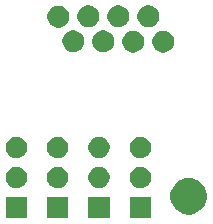
<source format=gbs>
G04 #@! TF.GenerationSoftware,KiCad,Pcbnew,(5.1.5)-3*
G04 #@! TF.CreationDate,2020-10-16T19:42:58-07:00*
G04 #@! TF.ProjectId,NeutrikEthercon,4e657574-7269-46b4-9574-686572636f6e,rev?*
G04 #@! TF.SameCoordinates,Original*
G04 #@! TF.FileFunction,Soldermask,Bot*
G04 #@! TF.FilePolarity,Negative*
%FSLAX46Y46*%
G04 Gerber Fmt 4.6, Leading zero omitted, Abs format (unit mm)*
G04 Created by KiCad (PCBNEW (5.1.5)-3) date 2020-10-16 19:42:58*
%MOMM*%
%LPD*%
G04 APERTURE LIST*
%ADD10C,0.100000*%
G04 APERTURE END LIST*
D10*
G36*
X138401000Y-127401000D02*
G01*
X136599000Y-127401000D01*
X136599000Y-125599000D01*
X138401000Y-125599000D01*
X138401000Y-127401000D01*
G37*
G36*
X131401000Y-127401000D02*
G01*
X129599000Y-127401000D01*
X129599000Y-125599000D01*
X131401000Y-125599000D01*
X131401000Y-127401000D01*
G37*
G36*
X127901000Y-127401000D02*
G01*
X126099000Y-127401000D01*
X126099000Y-125599000D01*
X127901000Y-125599000D01*
X127901000Y-127401000D01*
G37*
G36*
X134901000Y-127401000D02*
G01*
X133099000Y-127401000D01*
X133099000Y-125599000D01*
X134901000Y-125599000D01*
X134901000Y-127401000D01*
G37*
G36*
X141902585Y-124028802D02*
G01*
X142052410Y-124058604D01*
X142334674Y-124175521D01*
X142588705Y-124345259D01*
X142804741Y-124561295D01*
X142974479Y-124815326D01*
X143091396Y-125097590D01*
X143151000Y-125397240D01*
X143151000Y-125702760D01*
X143091396Y-126002410D01*
X142974479Y-126284674D01*
X142804741Y-126538705D01*
X142588705Y-126754741D01*
X142334674Y-126924479D01*
X142052410Y-127041396D01*
X141902585Y-127071198D01*
X141752761Y-127101000D01*
X141447239Y-127101000D01*
X141297415Y-127071198D01*
X141147590Y-127041396D01*
X140865326Y-126924479D01*
X140611295Y-126754741D01*
X140395259Y-126538705D01*
X140225521Y-126284674D01*
X140108604Y-126002410D01*
X140049000Y-125702760D01*
X140049000Y-125397240D01*
X140108604Y-125097590D01*
X140225521Y-124815326D01*
X140395259Y-124561295D01*
X140611295Y-124345259D01*
X140865326Y-124175521D01*
X141147590Y-124058604D01*
X141297415Y-124028802D01*
X141447239Y-123999000D01*
X141752761Y-123999000D01*
X141902585Y-124028802D01*
G37*
G36*
X130613512Y-123063927D02*
G01*
X130762812Y-123093624D01*
X130926784Y-123161544D01*
X131074354Y-123260147D01*
X131199853Y-123385646D01*
X131298456Y-123533216D01*
X131366376Y-123697188D01*
X131401000Y-123871259D01*
X131401000Y-124048741D01*
X131366376Y-124222812D01*
X131298456Y-124386784D01*
X131199853Y-124534354D01*
X131074354Y-124659853D01*
X130926784Y-124758456D01*
X130762812Y-124826376D01*
X130613512Y-124856073D01*
X130588742Y-124861000D01*
X130411258Y-124861000D01*
X130386488Y-124856073D01*
X130237188Y-124826376D01*
X130073216Y-124758456D01*
X129925646Y-124659853D01*
X129800147Y-124534354D01*
X129701544Y-124386784D01*
X129633624Y-124222812D01*
X129599000Y-124048741D01*
X129599000Y-123871259D01*
X129633624Y-123697188D01*
X129701544Y-123533216D01*
X129800147Y-123385646D01*
X129925646Y-123260147D01*
X130073216Y-123161544D01*
X130237188Y-123093624D01*
X130386488Y-123063927D01*
X130411258Y-123059000D01*
X130588742Y-123059000D01*
X130613512Y-123063927D01*
G37*
G36*
X127113512Y-123063927D02*
G01*
X127262812Y-123093624D01*
X127426784Y-123161544D01*
X127574354Y-123260147D01*
X127699853Y-123385646D01*
X127798456Y-123533216D01*
X127866376Y-123697188D01*
X127901000Y-123871259D01*
X127901000Y-124048741D01*
X127866376Y-124222812D01*
X127798456Y-124386784D01*
X127699853Y-124534354D01*
X127574354Y-124659853D01*
X127426784Y-124758456D01*
X127262812Y-124826376D01*
X127113512Y-124856073D01*
X127088742Y-124861000D01*
X126911258Y-124861000D01*
X126886488Y-124856073D01*
X126737188Y-124826376D01*
X126573216Y-124758456D01*
X126425646Y-124659853D01*
X126300147Y-124534354D01*
X126201544Y-124386784D01*
X126133624Y-124222812D01*
X126099000Y-124048741D01*
X126099000Y-123871259D01*
X126133624Y-123697188D01*
X126201544Y-123533216D01*
X126300147Y-123385646D01*
X126425646Y-123260147D01*
X126573216Y-123161544D01*
X126737188Y-123093624D01*
X126886488Y-123063927D01*
X126911258Y-123059000D01*
X127088742Y-123059000D01*
X127113512Y-123063927D01*
G37*
G36*
X134113512Y-123063927D02*
G01*
X134262812Y-123093624D01*
X134426784Y-123161544D01*
X134574354Y-123260147D01*
X134699853Y-123385646D01*
X134798456Y-123533216D01*
X134866376Y-123697188D01*
X134901000Y-123871259D01*
X134901000Y-124048741D01*
X134866376Y-124222812D01*
X134798456Y-124386784D01*
X134699853Y-124534354D01*
X134574354Y-124659853D01*
X134426784Y-124758456D01*
X134262812Y-124826376D01*
X134113512Y-124856073D01*
X134088742Y-124861000D01*
X133911258Y-124861000D01*
X133886488Y-124856073D01*
X133737188Y-124826376D01*
X133573216Y-124758456D01*
X133425646Y-124659853D01*
X133300147Y-124534354D01*
X133201544Y-124386784D01*
X133133624Y-124222812D01*
X133099000Y-124048741D01*
X133099000Y-123871259D01*
X133133624Y-123697188D01*
X133201544Y-123533216D01*
X133300147Y-123385646D01*
X133425646Y-123260147D01*
X133573216Y-123161544D01*
X133737188Y-123093624D01*
X133886488Y-123063927D01*
X133911258Y-123059000D01*
X134088742Y-123059000D01*
X134113512Y-123063927D01*
G37*
G36*
X137613512Y-123063927D02*
G01*
X137762812Y-123093624D01*
X137926784Y-123161544D01*
X138074354Y-123260147D01*
X138199853Y-123385646D01*
X138298456Y-123533216D01*
X138366376Y-123697188D01*
X138401000Y-123871259D01*
X138401000Y-124048741D01*
X138366376Y-124222812D01*
X138298456Y-124386784D01*
X138199853Y-124534354D01*
X138074354Y-124659853D01*
X137926784Y-124758456D01*
X137762812Y-124826376D01*
X137613512Y-124856073D01*
X137588742Y-124861000D01*
X137411258Y-124861000D01*
X137386488Y-124856073D01*
X137237188Y-124826376D01*
X137073216Y-124758456D01*
X136925646Y-124659853D01*
X136800147Y-124534354D01*
X136701544Y-124386784D01*
X136633624Y-124222812D01*
X136599000Y-124048741D01*
X136599000Y-123871259D01*
X136633624Y-123697188D01*
X136701544Y-123533216D01*
X136800147Y-123385646D01*
X136925646Y-123260147D01*
X137073216Y-123161544D01*
X137237188Y-123093624D01*
X137386488Y-123063927D01*
X137411258Y-123059000D01*
X137588742Y-123059000D01*
X137613512Y-123063927D01*
G37*
G36*
X134113512Y-120523927D02*
G01*
X134262812Y-120553624D01*
X134426784Y-120621544D01*
X134574354Y-120720147D01*
X134699853Y-120845646D01*
X134798456Y-120993216D01*
X134866376Y-121157188D01*
X134901000Y-121331259D01*
X134901000Y-121508741D01*
X134866376Y-121682812D01*
X134798456Y-121846784D01*
X134699853Y-121994354D01*
X134574354Y-122119853D01*
X134426784Y-122218456D01*
X134262812Y-122286376D01*
X134113512Y-122316073D01*
X134088742Y-122321000D01*
X133911258Y-122321000D01*
X133886488Y-122316073D01*
X133737188Y-122286376D01*
X133573216Y-122218456D01*
X133425646Y-122119853D01*
X133300147Y-121994354D01*
X133201544Y-121846784D01*
X133133624Y-121682812D01*
X133099000Y-121508741D01*
X133099000Y-121331259D01*
X133133624Y-121157188D01*
X133201544Y-120993216D01*
X133300147Y-120845646D01*
X133425646Y-120720147D01*
X133573216Y-120621544D01*
X133737188Y-120553624D01*
X133886488Y-120523927D01*
X133911258Y-120519000D01*
X134088742Y-120519000D01*
X134113512Y-120523927D01*
G37*
G36*
X130613512Y-120523927D02*
G01*
X130762812Y-120553624D01*
X130926784Y-120621544D01*
X131074354Y-120720147D01*
X131199853Y-120845646D01*
X131298456Y-120993216D01*
X131366376Y-121157188D01*
X131401000Y-121331259D01*
X131401000Y-121508741D01*
X131366376Y-121682812D01*
X131298456Y-121846784D01*
X131199853Y-121994354D01*
X131074354Y-122119853D01*
X130926784Y-122218456D01*
X130762812Y-122286376D01*
X130613512Y-122316073D01*
X130588742Y-122321000D01*
X130411258Y-122321000D01*
X130386488Y-122316073D01*
X130237188Y-122286376D01*
X130073216Y-122218456D01*
X129925646Y-122119853D01*
X129800147Y-121994354D01*
X129701544Y-121846784D01*
X129633624Y-121682812D01*
X129599000Y-121508741D01*
X129599000Y-121331259D01*
X129633624Y-121157188D01*
X129701544Y-120993216D01*
X129800147Y-120845646D01*
X129925646Y-120720147D01*
X130073216Y-120621544D01*
X130237188Y-120553624D01*
X130386488Y-120523927D01*
X130411258Y-120519000D01*
X130588742Y-120519000D01*
X130613512Y-120523927D01*
G37*
G36*
X137613512Y-120523927D02*
G01*
X137762812Y-120553624D01*
X137926784Y-120621544D01*
X138074354Y-120720147D01*
X138199853Y-120845646D01*
X138298456Y-120993216D01*
X138366376Y-121157188D01*
X138401000Y-121331259D01*
X138401000Y-121508741D01*
X138366376Y-121682812D01*
X138298456Y-121846784D01*
X138199853Y-121994354D01*
X138074354Y-122119853D01*
X137926784Y-122218456D01*
X137762812Y-122286376D01*
X137613512Y-122316073D01*
X137588742Y-122321000D01*
X137411258Y-122321000D01*
X137386488Y-122316073D01*
X137237188Y-122286376D01*
X137073216Y-122218456D01*
X136925646Y-122119853D01*
X136800147Y-121994354D01*
X136701544Y-121846784D01*
X136633624Y-121682812D01*
X136599000Y-121508741D01*
X136599000Y-121331259D01*
X136633624Y-121157188D01*
X136701544Y-120993216D01*
X136800147Y-120845646D01*
X136925646Y-120720147D01*
X137073216Y-120621544D01*
X137237188Y-120553624D01*
X137386488Y-120523927D01*
X137411258Y-120519000D01*
X137588742Y-120519000D01*
X137613512Y-120523927D01*
G37*
G36*
X127113512Y-120523927D02*
G01*
X127262812Y-120553624D01*
X127426784Y-120621544D01*
X127574354Y-120720147D01*
X127699853Y-120845646D01*
X127798456Y-120993216D01*
X127866376Y-121157188D01*
X127901000Y-121331259D01*
X127901000Y-121508741D01*
X127866376Y-121682812D01*
X127798456Y-121846784D01*
X127699853Y-121994354D01*
X127574354Y-122119853D01*
X127426784Y-122218456D01*
X127262812Y-122286376D01*
X127113512Y-122316073D01*
X127088742Y-122321000D01*
X126911258Y-122321000D01*
X126886488Y-122316073D01*
X126737188Y-122286376D01*
X126573216Y-122218456D01*
X126425646Y-122119853D01*
X126300147Y-121994354D01*
X126201544Y-121846784D01*
X126133624Y-121682812D01*
X126099000Y-121508741D01*
X126099000Y-121331259D01*
X126133624Y-121157188D01*
X126201544Y-120993216D01*
X126300147Y-120845646D01*
X126425646Y-120720147D01*
X126573216Y-120621544D01*
X126737188Y-120553624D01*
X126886488Y-120523927D01*
X126911258Y-120519000D01*
X127088742Y-120519000D01*
X127113512Y-120523927D01*
G37*
G36*
X137170104Y-111569585D02*
G01*
X137338626Y-111639389D01*
X137490291Y-111740728D01*
X137619272Y-111869709D01*
X137720611Y-112021374D01*
X137790415Y-112189896D01*
X137826000Y-112368797D01*
X137826000Y-112551203D01*
X137790415Y-112730104D01*
X137720611Y-112898626D01*
X137619272Y-113050291D01*
X137490291Y-113179272D01*
X137338626Y-113280611D01*
X137170104Y-113350415D01*
X136991203Y-113386000D01*
X136808797Y-113386000D01*
X136629896Y-113350415D01*
X136461374Y-113280611D01*
X136309709Y-113179272D01*
X136180728Y-113050291D01*
X136079389Y-112898626D01*
X136009585Y-112730104D01*
X135974000Y-112551203D01*
X135974000Y-112368797D01*
X136009585Y-112189896D01*
X136079389Y-112021374D01*
X136180728Y-111869709D01*
X136309709Y-111740728D01*
X136461374Y-111639389D01*
X136629896Y-111569585D01*
X136808797Y-111534000D01*
X136991203Y-111534000D01*
X137170104Y-111569585D01*
G37*
G36*
X139710104Y-111569585D02*
G01*
X139878626Y-111639389D01*
X140030291Y-111740728D01*
X140159272Y-111869709D01*
X140260611Y-112021374D01*
X140330415Y-112189896D01*
X140366000Y-112368797D01*
X140366000Y-112551203D01*
X140330415Y-112730104D01*
X140260611Y-112898626D01*
X140159272Y-113050291D01*
X140030291Y-113179272D01*
X139878626Y-113280611D01*
X139710104Y-113350415D01*
X139531203Y-113386000D01*
X139348797Y-113386000D01*
X139169896Y-113350415D01*
X139001374Y-113280611D01*
X138849709Y-113179272D01*
X138720728Y-113050291D01*
X138619389Y-112898626D01*
X138549585Y-112730104D01*
X138514000Y-112551203D01*
X138514000Y-112368797D01*
X138549585Y-112189896D01*
X138619389Y-112021374D01*
X138720728Y-111869709D01*
X138849709Y-111740728D01*
X139001374Y-111639389D01*
X139169896Y-111569585D01*
X139348797Y-111534000D01*
X139531203Y-111534000D01*
X139710104Y-111569585D01*
G37*
G36*
X134620104Y-111549585D02*
G01*
X134788626Y-111619389D01*
X134940291Y-111720728D01*
X135069272Y-111849709D01*
X135170611Y-112001374D01*
X135240415Y-112169896D01*
X135276000Y-112348797D01*
X135276000Y-112531203D01*
X135240415Y-112710104D01*
X135170611Y-112878626D01*
X135069272Y-113030291D01*
X134940291Y-113159272D01*
X134788626Y-113260611D01*
X134620104Y-113330415D01*
X134441203Y-113366000D01*
X134258797Y-113366000D01*
X134079896Y-113330415D01*
X133911374Y-113260611D01*
X133759709Y-113159272D01*
X133630728Y-113030291D01*
X133529389Y-112878626D01*
X133459585Y-112710104D01*
X133424000Y-112531203D01*
X133424000Y-112348797D01*
X133459585Y-112169896D01*
X133529389Y-112001374D01*
X133630728Y-111849709D01*
X133759709Y-111720728D01*
X133911374Y-111619389D01*
X134079896Y-111549585D01*
X134258797Y-111514000D01*
X134441203Y-111514000D01*
X134620104Y-111549585D01*
G37*
G36*
X132090104Y-111539585D02*
G01*
X132258626Y-111609389D01*
X132410291Y-111710728D01*
X132539272Y-111839709D01*
X132640611Y-111991374D01*
X132710415Y-112159896D01*
X132746000Y-112338797D01*
X132746000Y-112521203D01*
X132710415Y-112700104D01*
X132640611Y-112868626D01*
X132539272Y-113020291D01*
X132410291Y-113149272D01*
X132258626Y-113250611D01*
X132090104Y-113320415D01*
X131911203Y-113356000D01*
X131728797Y-113356000D01*
X131549896Y-113320415D01*
X131381374Y-113250611D01*
X131229709Y-113149272D01*
X131100728Y-113020291D01*
X130999389Y-112868626D01*
X130929585Y-112700104D01*
X130894000Y-112521203D01*
X130894000Y-112338797D01*
X130929585Y-112159896D01*
X130999389Y-111991374D01*
X131100728Y-111839709D01*
X131229709Y-111710728D01*
X131381374Y-111609389D01*
X131549896Y-111539585D01*
X131728797Y-111504000D01*
X131911203Y-111504000D01*
X132090104Y-111539585D01*
G37*
G36*
X130830104Y-109459585D02*
G01*
X130998626Y-109529389D01*
X131150291Y-109630728D01*
X131279272Y-109759709D01*
X131380611Y-109911374D01*
X131450415Y-110079896D01*
X131486000Y-110258797D01*
X131486000Y-110441203D01*
X131450415Y-110620104D01*
X131380611Y-110788626D01*
X131279272Y-110940291D01*
X131150291Y-111069272D01*
X130998626Y-111170611D01*
X130830104Y-111240415D01*
X130651203Y-111276000D01*
X130468797Y-111276000D01*
X130289896Y-111240415D01*
X130121374Y-111170611D01*
X129969709Y-111069272D01*
X129840728Y-110940291D01*
X129739389Y-110788626D01*
X129669585Y-110620104D01*
X129634000Y-110441203D01*
X129634000Y-110258797D01*
X129669585Y-110079896D01*
X129739389Y-109911374D01*
X129840728Y-109759709D01*
X129969709Y-109630728D01*
X130121374Y-109529389D01*
X130289896Y-109459585D01*
X130468797Y-109424000D01*
X130651203Y-109424000D01*
X130830104Y-109459585D01*
G37*
G36*
X133370104Y-109429585D02*
G01*
X133538626Y-109499389D01*
X133690291Y-109600728D01*
X133819272Y-109729709D01*
X133920611Y-109881374D01*
X133990415Y-110049896D01*
X134026000Y-110228797D01*
X134026000Y-110411203D01*
X133990415Y-110590104D01*
X133920611Y-110758626D01*
X133819272Y-110910291D01*
X133690291Y-111039272D01*
X133538626Y-111140611D01*
X133370104Y-111210415D01*
X133191203Y-111246000D01*
X133008797Y-111246000D01*
X132829896Y-111210415D01*
X132661374Y-111140611D01*
X132509709Y-111039272D01*
X132380728Y-110910291D01*
X132279389Y-110758626D01*
X132209585Y-110590104D01*
X132174000Y-110411203D01*
X132174000Y-110228797D01*
X132209585Y-110049896D01*
X132279389Y-109881374D01*
X132380728Y-109729709D01*
X132509709Y-109600728D01*
X132661374Y-109499389D01*
X132829896Y-109429585D01*
X133008797Y-109394000D01*
X133191203Y-109394000D01*
X133370104Y-109429585D01*
G37*
G36*
X135900104Y-109429585D02*
G01*
X136068626Y-109499389D01*
X136220291Y-109600728D01*
X136349272Y-109729709D01*
X136450611Y-109881374D01*
X136520415Y-110049896D01*
X136556000Y-110228797D01*
X136556000Y-110411203D01*
X136520415Y-110590104D01*
X136450611Y-110758626D01*
X136349272Y-110910291D01*
X136220291Y-111039272D01*
X136068626Y-111140611D01*
X135900104Y-111210415D01*
X135721203Y-111246000D01*
X135538797Y-111246000D01*
X135359896Y-111210415D01*
X135191374Y-111140611D01*
X135039709Y-111039272D01*
X134910728Y-110910291D01*
X134809389Y-110758626D01*
X134739585Y-110590104D01*
X134704000Y-110411203D01*
X134704000Y-110228797D01*
X134739585Y-110049896D01*
X134809389Y-109881374D01*
X134910728Y-109729709D01*
X135039709Y-109600728D01*
X135191374Y-109499389D01*
X135359896Y-109429585D01*
X135538797Y-109394000D01*
X135721203Y-109394000D01*
X135900104Y-109429585D01*
G37*
G36*
X138450104Y-109429585D02*
G01*
X138618626Y-109499389D01*
X138770291Y-109600728D01*
X138899272Y-109729709D01*
X139000611Y-109881374D01*
X139070415Y-110049896D01*
X139106000Y-110228797D01*
X139106000Y-110411203D01*
X139070415Y-110590104D01*
X139000611Y-110758626D01*
X138899272Y-110910291D01*
X138770291Y-111039272D01*
X138618626Y-111140611D01*
X138450104Y-111210415D01*
X138271203Y-111246000D01*
X138088797Y-111246000D01*
X137909896Y-111210415D01*
X137741374Y-111140611D01*
X137589709Y-111039272D01*
X137460728Y-110910291D01*
X137359389Y-110758626D01*
X137289585Y-110590104D01*
X137254000Y-110411203D01*
X137254000Y-110228797D01*
X137289585Y-110049896D01*
X137359389Y-109881374D01*
X137460728Y-109729709D01*
X137589709Y-109600728D01*
X137741374Y-109499389D01*
X137909896Y-109429585D01*
X138088797Y-109394000D01*
X138271203Y-109394000D01*
X138450104Y-109429585D01*
G37*
M02*

</source>
